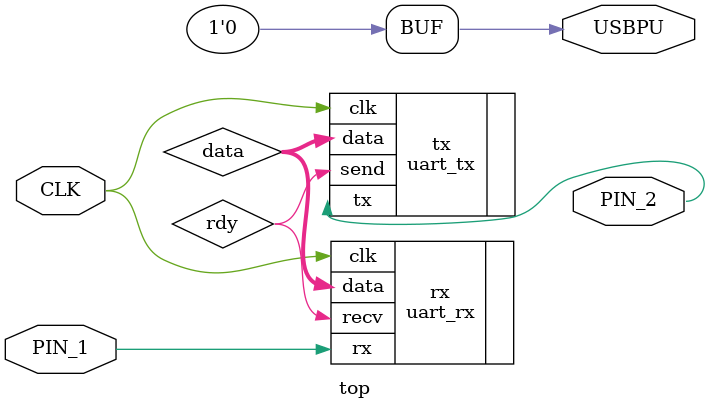
<source format=v>
`include "uart_tx/uart_tx.v"
`include "uart_rx/uart_rx.v"

module top (
	input CLK,
	output USBPU,

	input PIN_1,	// RX
	output PIN_2	// TX
);
	assign USBPU = 0;

	wire [7:0] data;
	wire rdy;

	uart_tx #(.CLKDIV(32)) tx(
		.clk(CLK),
		.data(data),
		.tx(PIN_2),
		.send(rdy)
		);

	uart_rx #(.CLKDIV(32)) rx(
		.clk(CLK),
		.data(data),
		.rx(PIN_1),
		.recv(rdy)
		);
endmodule

</source>
